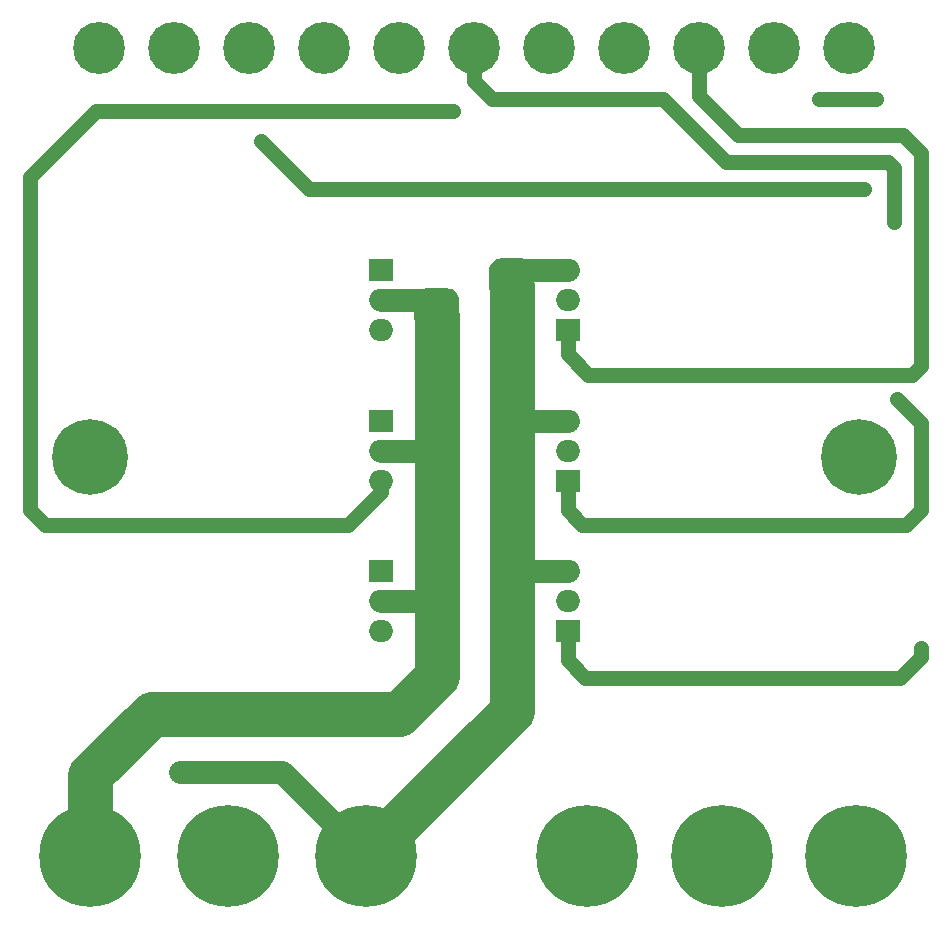
<source format=gbr>
%TF.GenerationSoftware,KiCad,Pcbnew,6.0.11+dfsg-1*%
%TF.CreationDate,2023-11-07T11:46:16+00:00*%
%TF.ProjectId,bb2b,62623262-2e6b-4696-9361-645f70636258,rev?*%
%TF.SameCoordinates,Original*%
%TF.FileFunction,Copper,L1,Top*%
%TF.FilePolarity,Positive*%
%FSLAX46Y46*%
G04 Gerber Fmt 4.6, Leading zero omitted, Abs format (unit mm)*
G04 Created by KiCad (PCBNEW 6.0.11+dfsg-1) date 2023-11-07 11:46:16*
%MOMM*%
%LPD*%
G01*
G04 APERTURE LIST*
%TA.AperFunction,ComponentPad*%
%ADD10C,0.800000*%
%TD*%
%TA.AperFunction,ComponentPad*%
%ADD11C,6.400000*%
%TD*%
%TA.AperFunction,ComponentPad*%
%ADD12C,0.700000*%
%TD*%
%TA.AperFunction,ComponentPad*%
%ADD13C,4.400000*%
%TD*%
%TA.AperFunction,ComponentPad*%
%ADD14R,2.000000X1.905000*%
%TD*%
%TA.AperFunction,ComponentPad*%
%ADD15O,2.000000X1.905000*%
%TD*%
%TA.AperFunction,ComponentPad*%
%ADD16C,8.600000*%
%TD*%
%TA.AperFunction,ComponentPad*%
%ADD17C,0.900000*%
%TD*%
%TA.AperFunction,ViaPad*%
%ADD18C,0.800000*%
%TD*%
%TA.AperFunction,Conductor*%
%ADD19C,1.270000*%
%TD*%
%TA.AperFunction,Conductor*%
%ADD20C,3.810000*%
%TD*%
%TA.AperFunction,Conductor*%
%ADD21C,1.905000*%
%TD*%
G04 APERTURE END LIST*
D10*
%TO.P,REF\u002A\u002A,1*%
%TO.N,N/C*%
X149829856Y-91740056D03*
X148132800Y-92443000D03*
D11*
X148132800Y-90043000D03*
D10*
X148132800Y-87643000D03*
X145732800Y-90043000D03*
X149829856Y-88345944D03*
X150532800Y-90043000D03*
X146435744Y-88345944D03*
X146435744Y-91740056D03*
%TD*%
D12*
%TO.P,H1,1,1*%
%TO.N,Net-(H1-Pad1)*%
X145670000Y-55372000D03*
X147320000Y-53722000D03*
X147320000Y-57022000D03*
X146153274Y-56538726D03*
X146153274Y-54205274D03*
X148970000Y-55372000D03*
X148486726Y-56538726D03*
X148486726Y-54205274D03*
D13*
X147320000Y-55372000D03*
%TD*%
D14*
%TO.P,Q5,1,G*%
%TO.N,Net-(H6-Pad1)*%
X123485000Y-92075000D03*
D15*
%TO.P,Q5,2,D*%
%TO.N,Net-(H5-Pad1)*%
X123485000Y-89535000D03*
%TO.P,Q5,3,S*%
%TO.N,GNDPWR*%
X123485000Y-86995000D03*
%TD*%
D16*
%TO.P,H16,1,1*%
%TO.N,Net-(H16-Pad1)*%
X83058000Y-123825000D03*
D17*
X80777581Y-126105419D03*
X86283000Y-123825000D03*
X80777581Y-121544581D03*
X83058000Y-127050000D03*
X85338419Y-126105419D03*
X83058000Y-120600000D03*
X85338419Y-121544581D03*
X79833000Y-123825000D03*
%TD*%
D14*
%TO.P,Q1,1,G*%
%TO.N,Net-(H1-Pad1)*%
X107655000Y-74175000D03*
D15*
%TO.P,Q1,2,D*%
%TO.N,Net-(H16-Pad1)*%
X107655000Y-76715000D03*
%TO.P,Q1,3,S*%
%TO.N,Net-(H2-Pad1)*%
X107655000Y-79255000D03*
%TD*%
D17*
%TO.P,H15,1,1*%
%TO.N,GNDPWR*%
X106426000Y-127050000D03*
D16*
X106426000Y-123825000D03*
D17*
X106426000Y-120600000D03*
X104145581Y-126105419D03*
X109651000Y-123825000D03*
X103201000Y-123825000D03*
X104145581Y-121544581D03*
X108706419Y-121544581D03*
X108706419Y-126105419D03*
%TD*%
D12*
%TO.P,H3,1,1*%
%TO.N,Net-(H3-Pad1)*%
X135786726Y-56538726D03*
X135786726Y-54205274D03*
X133453274Y-56538726D03*
X133453274Y-54205274D03*
X134620000Y-53722000D03*
X132970000Y-55372000D03*
X134620000Y-57022000D03*
X136270000Y-55372000D03*
D13*
X134620000Y-55372000D03*
%TD*%
D14*
%TO.P,Q2,1,G*%
%TO.N,Net-(H4-Pad1)*%
X107655000Y-86995000D03*
D15*
%TO.P,Q2,2,D*%
%TO.N,Net-(H16-Pad1)*%
X107655000Y-89535000D03*
%TO.P,Q2,3,S*%
%TO.N,Net-(H5-Pad1)*%
X107655000Y-92075000D03*
%TD*%
D13*
%TO.P,H9,1,1*%
%TO.N,Net-(H9-Pad1)*%
X96520000Y-55372000D03*
D12*
X98170000Y-55372000D03*
X97686726Y-56538726D03*
X95353274Y-54205274D03*
X97686726Y-54205274D03*
X96520000Y-57022000D03*
X95353274Y-56538726D03*
X96520000Y-53722000D03*
X94870000Y-55372000D03*
%TD*%
D17*
%TO.P,H17,1,1*%
%TO.N,Net-(H2-Pad1)*%
X145654581Y-126105419D03*
X144710000Y-123825000D03*
X147935000Y-120600000D03*
X147935000Y-127050000D03*
X150215419Y-126105419D03*
D16*
X147935000Y-123825000D03*
D17*
X151160000Y-123825000D03*
X150215419Y-121544581D03*
X145654581Y-121544581D03*
%TD*%
D12*
%TO.P,H11,1,1*%
%TO.N,GNDPWR*%
X82653274Y-56538726D03*
X84986726Y-54205274D03*
X83820000Y-57022000D03*
X82653274Y-54205274D03*
X84986726Y-56538726D03*
X83820000Y-53722000D03*
X82170000Y-55372000D03*
X85470000Y-55372000D03*
D13*
X83820000Y-55372000D03*
%TD*%
%TO.P,H2,1,1*%
%TO.N,Net-(H2-Pad1)*%
X140970000Y-55372000D03*
D12*
X140970000Y-57022000D03*
X142620000Y-55372000D03*
X139803274Y-56538726D03*
X142136726Y-54205274D03*
X140970000Y-53722000D03*
X139803274Y-54205274D03*
X142136726Y-56538726D03*
X139320000Y-55372000D03*
%TD*%
%TO.P,H5,1,1*%
%TO.N,Net-(H5-Pad1)*%
X121920000Y-53722000D03*
X120753274Y-56538726D03*
X120270000Y-55372000D03*
X121920000Y-57022000D03*
X123086726Y-54205274D03*
X120753274Y-54205274D03*
X123086726Y-56538726D03*
D13*
X121920000Y-55372000D03*
D12*
X123570000Y-55372000D03*
%TD*%
D14*
%TO.P,Q3,1,G*%
%TO.N,Net-(H7-Pad1)*%
X107655000Y-99695000D03*
D15*
%TO.P,Q3,2,D*%
%TO.N,Net-(H16-Pad1)*%
X107655000Y-102235000D03*
%TO.P,Q3,3,S*%
%TO.N,Net-(H8-Pad1)*%
X107655000Y-104775000D03*
%TD*%
D13*
%TO.P,H7,1,1*%
%TO.N,Net-(H7-Pad1)*%
X109220000Y-55372000D03*
D12*
X107570000Y-55372000D03*
X109220000Y-53722000D03*
X110386726Y-54205274D03*
X109220000Y-57022000D03*
X108053274Y-56538726D03*
X108053274Y-54205274D03*
X110386726Y-56538726D03*
X110870000Y-55372000D03*
%TD*%
%TO.P,H8,1,1*%
%TO.N,Net-(H8-Pad1)*%
X104520000Y-55372000D03*
X101220000Y-55372000D03*
D13*
X102870000Y-55372000D03*
D12*
X101703274Y-54205274D03*
X102870000Y-53722000D03*
X101703274Y-56538726D03*
X102870000Y-57022000D03*
X104036726Y-56538726D03*
X104036726Y-54205274D03*
%TD*%
D14*
%TO.P,Q6,1,G*%
%TO.N,Net-(H9-Pad1)*%
X123485000Y-104775000D03*
D15*
%TO.P,Q6,2,D*%
%TO.N,Net-(H8-Pad1)*%
X123485000Y-102235000D03*
%TO.P,Q6,3,S*%
%TO.N,GNDPWR*%
X123485000Y-99695000D03*
%TD*%
D17*
%TO.P,H18,1,1*%
%TO.N,Net-(H5-Pad1)*%
X134244581Y-126105419D03*
X134244581Y-121544581D03*
D16*
X136525000Y-123825000D03*
D17*
X136525000Y-120600000D03*
X133300000Y-123825000D03*
X138805419Y-126105419D03*
X138805419Y-121544581D03*
X136525000Y-127050000D03*
X139750000Y-123825000D03*
%TD*%
%TO.P,H14,1,1*%
%TO.N,VCC*%
X97967000Y-123825000D03*
X92461581Y-121544581D03*
X94742000Y-127050000D03*
X97022419Y-121544581D03*
X94742000Y-120600000D03*
X97022419Y-126105419D03*
X92461581Y-126105419D03*
D16*
X94742000Y-123825000D03*
D17*
X91517000Y-123825000D03*
%TD*%
D12*
%TO.P,H10,1,1*%
%TO.N,VCC*%
X89003274Y-56538726D03*
X88520000Y-55372000D03*
X89003274Y-54205274D03*
X91820000Y-55372000D03*
X91336726Y-56538726D03*
X90170000Y-57022000D03*
X91336726Y-54205274D03*
X90170000Y-53722000D03*
D13*
X90170000Y-55372000D03*
%TD*%
D17*
%TO.P,H19,1,1*%
%TO.N,Net-(H8-Pad1)*%
X125095000Y-120600000D03*
X127375419Y-121544581D03*
X128320000Y-123825000D03*
X122814581Y-121544581D03*
X125095000Y-127050000D03*
X127375419Y-126105419D03*
D16*
X125095000Y-123825000D03*
D17*
X121870000Y-123825000D03*
X122814581Y-126105419D03*
%TD*%
D10*
%TO.P,REF\u002A\u002A,1*%
%TO.N,N/C*%
X84704256Y-91740056D03*
X83007200Y-92443000D03*
D11*
X83007200Y-90043000D03*
D10*
X83007200Y-87643000D03*
X80607200Y-90043000D03*
X84704256Y-88345944D03*
X85407200Y-90043000D03*
X81310144Y-88345944D03*
X81310144Y-91740056D03*
%TD*%
D14*
%TO.P,Q4,1,G*%
%TO.N,Net-(H3-Pad1)*%
X123485000Y-79255000D03*
D15*
%TO.P,Q4,2,D*%
%TO.N,Net-(H2-Pad1)*%
X123485000Y-76715000D03*
%TO.P,Q4,3,S*%
%TO.N,GNDPWR*%
X123485000Y-74175000D03*
%TD*%
D12*
%TO.P,H4,1,1*%
%TO.N,Net-(H4-Pad1)*%
X127103274Y-54205274D03*
X129920000Y-55372000D03*
X126620000Y-55372000D03*
X128270000Y-53722000D03*
X129436726Y-56538726D03*
X129436726Y-54205274D03*
X127103274Y-56538726D03*
D13*
X128270000Y-55372000D03*
D12*
X128270000Y-57022000D03*
%TD*%
%TO.P,H6,1,1*%
%TO.N,Net-(H6-Pad1)*%
X117220000Y-55372000D03*
X116736726Y-56538726D03*
X114403274Y-56538726D03*
X113920000Y-55372000D03*
X115570000Y-53722000D03*
X116736726Y-54205274D03*
X114403274Y-54205274D03*
X115570000Y-57022000D03*
D13*
X115570000Y-55372000D03*
%TD*%
D18*
%TO.N,Net-(H2-Pad1)*%
X149606000Y-59690000D03*
X144780000Y-59690000D03*
%TO.N,Net-(H5-Pad1)*%
X113792000Y-60706000D03*
%TO.N,Net-(H6-Pad1)*%
X151130000Y-70104000D03*
X151384000Y-85090000D03*
%TO.N,Net-(H9-Pad1)*%
X97536000Y-63246000D03*
X153416000Y-106172000D03*
X148590000Y-67310000D03*
%TO.N,GNDPWR*%
X90678000Y-116713000D03*
%TD*%
D19*
%TO.N,Net-(H2-Pad1)*%
X149606000Y-59690000D02*
X144780000Y-59690000D01*
%TO.N,Net-(H3-Pad1)*%
X134620000Y-59436000D02*
X134620000Y-55372000D01*
X123485000Y-79255000D02*
X123485000Y-81321000D01*
X152654000Y-83058000D02*
X153416000Y-82296000D01*
X123485000Y-81321000D02*
X125222000Y-83058000D01*
X153416000Y-64262000D02*
X151892000Y-62738000D01*
X151892000Y-62738000D02*
X137922000Y-62738000D01*
X137922000Y-62738000D02*
X134620000Y-59436000D01*
X153416000Y-82296000D02*
X153416000Y-64262000D01*
X125222000Y-83058000D02*
X152654000Y-83058000D01*
%TO.N,Net-(H5-Pad1)*%
X113792000Y-60706000D02*
X83566000Y-60706000D01*
X77978000Y-66294000D02*
X77978000Y-94488000D01*
X107655000Y-93005000D02*
X107655000Y-92075000D01*
X77978000Y-94488000D02*
X79248000Y-95758000D01*
X79248000Y-95758000D02*
X104902000Y-95758000D01*
X83566000Y-60706000D02*
X77978000Y-66294000D01*
X104902000Y-95758000D02*
X107655000Y-93005000D01*
%TO.N,Net-(H6-Pad1)*%
X117094000Y-59690000D02*
X131572000Y-59690000D01*
X124714000Y-95758000D02*
X143764000Y-95758000D01*
X115570000Y-58166000D02*
X117094000Y-59690000D01*
X151130000Y-65532000D02*
X151130000Y-70104000D01*
X123485000Y-94529000D02*
X124714000Y-95758000D01*
X123485000Y-92075000D02*
X123485000Y-94529000D01*
X150622000Y-65024000D02*
X151130000Y-65532000D01*
X136906000Y-65024000D02*
X150622000Y-65024000D01*
X152146000Y-95758000D02*
X153416000Y-94488000D01*
X153416000Y-94488000D02*
X153416000Y-87122000D01*
X115570000Y-55372000D02*
X115570000Y-58166000D01*
X143764000Y-95758000D02*
X152146000Y-95758000D01*
X131572000Y-59690000D02*
X136906000Y-65024000D01*
X153416000Y-87122000D02*
X151384000Y-85090000D01*
%TO.N,Net-(H9-Pad1)*%
X101600000Y-67310000D02*
X148590000Y-67310000D01*
X97536000Y-63246000D02*
X101600000Y-67310000D01*
X123485000Y-107229000D02*
X123485000Y-104775000D01*
X151638000Y-108712000D02*
X124968000Y-108712000D01*
X124968000Y-108712000D02*
X123485000Y-107229000D01*
X153416000Y-106934000D02*
X151638000Y-108712000D01*
X153416000Y-106172000D02*
X153416000Y-106934000D01*
D20*
%TO.N,GNDPWR*%
X118745000Y-100330000D02*
X118745000Y-111506000D01*
D21*
X123485000Y-74175000D02*
X120135000Y-74175000D01*
X123485000Y-86995000D02*
X118745000Y-86995000D01*
X123485000Y-99695000D02*
X119380000Y-99695000D01*
D20*
X118745000Y-86995000D02*
X118745000Y-75565000D01*
X118745000Y-100330000D02*
X118745000Y-86995000D01*
D21*
X106426000Y-123825000D02*
X99314000Y-116713000D01*
D20*
X118745000Y-111506000D02*
X106426000Y-123825000D01*
D21*
X119380000Y-99695000D02*
X118745000Y-100330000D01*
X120135000Y-74175000D02*
X118745000Y-75565000D01*
X99314000Y-116713000D02*
X90678000Y-116713000D01*
%TO.N,Net-(H16-Pad1)*%
X107655000Y-89535000D02*
X112395000Y-89535000D01*
D20*
X112395000Y-89535000D02*
X112395000Y-78105000D01*
X83058000Y-116967000D02*
X88265000Y-111760000D01*
D21*
X107655000Y-102235000D02*
X112395000Y-102235000D01*
D20*
X109220000Y-111760000D02*
X112395000Y-108585000D01*
D21*
X107655000Y-76715000D02*
X111005000Y-76715000D01*
X111005000Y-76715000D02*
X112395000Y-78105000D01*
D20*
X112395000Y-102235000D02*
X112395000Y-89535000D01*
X83058000Y-123825000D02*
X83058000Y-116967000D01*
X112395000Y-108585000D02*
X112395000Y-102235000D01*
X88265000Y-111760000D02*
X109220000Y-111760000D01*
%TD*%
%TA.AperFunction,Conductor*%
%TO.N,Net-(H16-Pad1)*%
G36*
X113306163Y-75768807D02*
G01*
X113482740Y-75786199D01*
X113506957Y-75791015D01*
X113670809Y-75840718D01*
X113693629Y-75850171D01*
X113844631Y-75930883D01*
X113865158Y-75944599D01*
X113997521Y-76053226D01*
X114014974Y-76070679D01*
X114123601Y-76203042D01*
X114137319Y-76223572D01*
X114218029Y-76374571D01*
X114227482Y-76397390D01*
X114277185Y-76561243D01*
X114282002Y-76585463D01*
X114299393Y-76762037D01*
X114300000Y-76774387D01*
X114300000Y-78114813D01*
X114299393Y-78127163D01*
X114282002Y-78303737D01*
X114277185Y-78327957D01*
X114227482Y-78491809D01*
X114218029Y-78514629D01*
X114137319Y-78665628D01*
X114123601Y-78686158D01*
X114014974Y-78818521D01*
X113997521Y-78835974D01*
X113865158Y-78944601D01*
X113844631Y-78958317D01*
X113752417Y-79007607D01*
X113693629Y-79039029D01*
X113670810Y-79048482D01*
X113506957Y-79098185D01*
X113482740Y-79103001D01*
X113306163Y-79120393D01*
X113293813Y-79121000D01*
X111496187Y-79121000D01*
X111483837Y-79120393D01*
X111307260Y-79103001D01*
X111283043Y-79098185D01*
X111119190Y-79048482D01*
X111096371Y-79039029D01*
X111037583Y-79007607D01*
X110945369Y-78958317D01*
X110924842Y-78944601D01*
X110792479Y-78835974D01*
X110775026Y-78818521D01*
X110666399Y-78686158D01*
X110652681Y-78665628D01*
X110571971Y-78514629D01*
X110562518Y-78491809D01*
X110512815Y-78327957D01*
X110507998Y-78303737D01*
X110490607Y-78127163D01*
X110490000Y-78114813D01*
X110490000Y-76774387D01*
X110490607Y-76762037D01*
X110507998Y-76585463D01*
X110512815Y-76561243D01*
X110562518Y-76397390D01*
X110571971Y-76374571D01*
X110652681Y-76223572D01*
X110666399Y-76203042D01*
X110775026Y-76070679D01*
X110792479Y-76053226D01*
X110924842Y-75944599D01*
X110945369Y-75930883D01*
X111096371Y-75850171D01*
X111119191Y-75840718D01*
X111283043Y-75791015D01*
X111307260Y-75786199D01*
X111483837Y-75768807D01*
X111496187Y-75768200D01*
X113293813Y-75768200D01*
X113306163Y-75768807D01*
G37*
%TD.AperFunction*%
%TD*%
%TA.AperFunction,Conductor*%
%TO.N,GNDPWR*%
G36*
X119656163Y-73228807D02*
G01*
X119832740Y-73246199D01*
X119856957Y-73251015D01*
X120020809Y-73300718D01*
X120043629Y-73310171D01*
X120194631Y-73390883D01*
X120215158Y-73404599D01*
X120347521Y-73513226D01*
X120364974Y-73530679D01*
X120473601Y-73663042D01*
X120487319Y-73683572D01*
X120568029Y-73834571D01*
X120577482Y-73857390D01*
X120627185Y-74021243D01*
X120632002Y-74045463D01*
X120649393Y-74222037D01*
X120650000Y-74234387D01*
X120650000Y-75574813D01*
X120649393Y-75587163D01*
X120632002Y-75763737D01*
X120627185Y-75787957D01*
X120577482Y-75951809D01*
X120568029Y-75974629D01*
X120487319Y-76125628D01*
X120473601Y-76146158D01*
X120364974Y-76278521D01*
X120347521Y-76295974D01*
X120215158Y-76404601D01*
X120194631Y-76418317D01*
X120102417Y-76467607D01*
X120043629Y-76499029D01*
X120020810Y-76508482D01*
X119856957Y-76558185D01*
X119832740Y-76563001D01*
X119656163Y-76580393D01*
X119643813Y-76581000D01*
X117846187Y-76581000D01*
X117833837Y-76580393D01*
X117657260Y-76563001D01*
X117633043Y-76558185D01*
X117469190Y-76508482D01*
X117446371Y-76499029D01*
X117387583Y-76467607D01*
X117295369Y-76418317D01*
X117274842Y-76404601D01*
X117142479Y-76295974D01*
X117125026Y-76278521D01*
X117016399Y-76146158D01*
X117002681Y-76125628D01*
X116921971Y-75974629D01*
X116912518Y-75951809D01*
X116862815Y-75787957D01*
X116857998Y-75763737D01*
X116840607Y-75587163D01*
X116840000Y-75574813D01*
X116840000Y-74234387D01*
X116840607Y-74222037D01*
X116857998Y-74045463D01*
X116862815Y-74021243D01*
X116912518Y-73857390D01*
X116921971Y-73834571D01*
X117002681Y-73683572D01*
X117016399Y-73663042D01*
X117125026Y-73530679D01*
X117142479Y-73513226D01*
X117274842Y-73404599D01*
X117295369Y-73390883D01*
X117446371Y-73310171D01*
X117469191Y-73300718D01*
X117633043Y-73251015D01*
X117657260Y-73246199D01*
X117833837Y-73228807D01*
X117846187Y-73228200D01*
X119643813Y-73228200D01*
X119656163Y-73228807D01*
G37*
%TD.AperFunction*%
%TD*%
M02*

</source>
